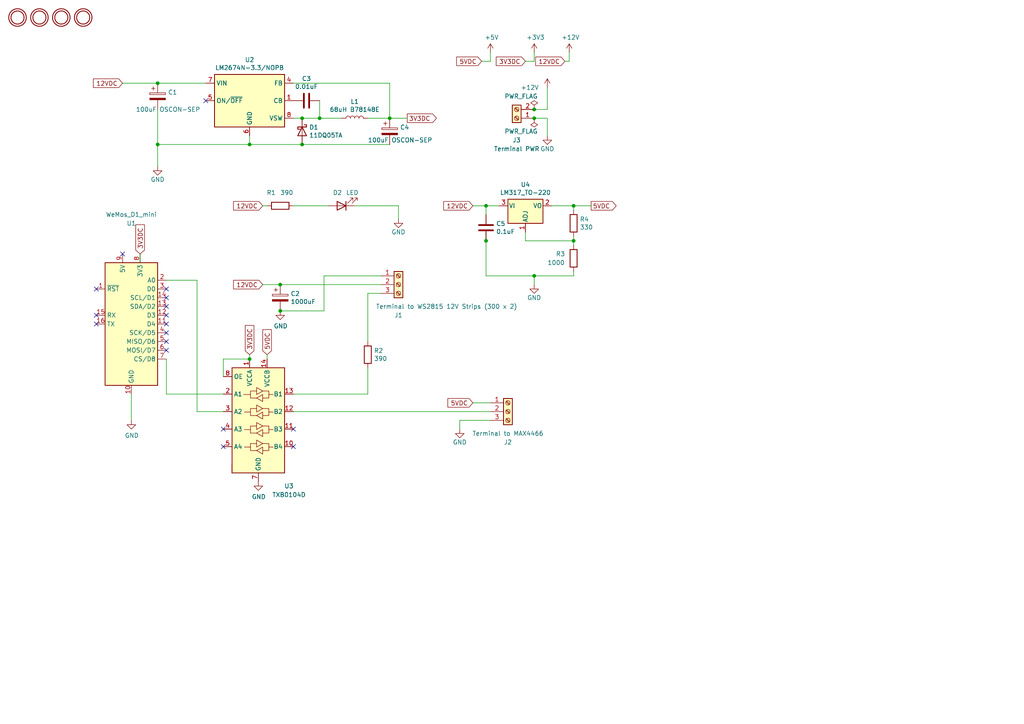
<source format=kicad_sch>
(kicad_sch (version 20211123) (generator eeschema)
  (paper "A4")
  (lib_symbols
    (symbol "Arduino_WS_Led_Controller-eagle-import:MOUNTINGHOLE3.0THIN" (pin_names (offset 1.016))
      (symbol "MOUNTINGHOLE3.0THIN_1_0"
        (circle (center 0 0) (radius 1.905) (stroke (width 0.254)))
        (circle (center 0 0) (radius 2.54) (stroke (width 0.254)))
      )
    )
    (symbol "Connector:Screw_Terminal_01x02" (pin_names (offset 1.016) hide)
      (property "Reference" "J" (at 0 2.54 0))
      (property "Value" "Screw_Terminal_01x02" (at 0 -5.08 0))
      (symbol "Screw_Terminal_01x02_1_1"
        (rectangle (start -1.27 1.27) (end 1.27 -3.81) (stroke (width 0.254)) (fill (type background)))
        (circle (center 0 -2.54) (radius 0.635) (stroke (width 0.1524)))
        (polyline (pts (xy -0.5334 -2.2098) (xy 0.3302 -3.048)) (stroke (width 0.1524)))
        (polyline (pts (xy -0.5334 0.3302) (xy 0.3302 -0.508)) (stroke (width 0.1524)))
        (polyline (pts (xy -0.3556 -2.032) (xy 0.508 -2.8702)) (stroke (width 0.1524)))
        (polyline (pts (xy -0.3556 0.508) (xy 0.508 -0.3302)) (stroke (width 0.1524)))
        (circle (center 0 0) (radius 0.635) (stroke (width 0.1524)))
        (pin passive line (at -5.08 0 0) (length 3.81) (name "Pin_1") (number "1"))
        (pin passive line (at -5.08 -2.54 0) (length 3.81) (name "Pin_2") (number "2"))
      )
    )
    (symbol "Connector:Screw_Terminal_01x03" (pin_names (offset 1.016) hide)
      (property "Reference" "J" (at 0 5.08 0))
      (property "Value" "Screw_Terminal_01x03" (at 0 -5.08 0))
      (symbol "Screw_Terminal_01x03_1_1"
        (rectangle (start -1.27 3.81) (end 1.27 -3.81) (stroke (width 0.254)) (fill (type background)))
        (circle (center 0 -2.54) (radius 0.635) (stroke (width 0.1524)))
        (polyline (pts (xy -0.5334 -2.2098) (xy 0.3302 -3.048)) (stroke (width 0.1524)))
        (polyline (pts (xy -0.5334 0.3302) (xy 0.3302 -0.508)) (stroke (width 0.1524)))
        (polyline (pts (xy -0.5334 2.8702) (xy 0.3302 2.032)) (stroke (width 0.1524)))
        (polyline (pts (xy -0.3556 -2.032) (xy 0.508 -2.8702)) (stroke (width 0.1524)))
        (polyline (pts (xy -0.3556 0.508) (xy 0.508 -0.3302)) (stroke (width 0.1524)))
        (polyline (pts (xy -0.3556 3.048) (xy 0.508 2.2098)) (stroke (width 0.1524)))
        (circle (center 0 0) (radius 0.635) (stroke (width 0.1524)))
        (circle (center 0 2.54) (radius 0.635) (stroke (width 0.1524)))
        (pin passive line (at -5.08 2.54 0) (length 3.81) (name "Pin_1") (number "1"))
        (pin passive line (at -5.08 0 0) (length 3.81) (name "Pin_2") (number "2"))
        (pin passive line (at -5.08 -2.54 0) (length 3.81) (name "Pin_3") (number "3"))
      )
    )
    (symbol "Device:C" (pin_numbers hide) (pin_names (offset 0.254))
      (property "Reference" "C" (at 0.635 2.54 0))
      (property "Value" "C" (at 0.635 -2.54 0))
      (symbol "C_0_1"
        (polyline (pts (xy -2.032 -0.762) (xy 2.032 -0.762)) (stroke (width 0.508)))
        (polyline (pts (xy -2.032 0.762) (xy 2.032 0.762)) (stroke (width 0.508)))
      )
      (symbol "C_1_1"
        (pin passive line (at 0 3.81 270) (length 2.794) (name "~") (number "1"))
        (pin passive line (at 0 -3.81 90) (length 2.794) (name "~") (number "2"))
      )
    )
    (symbol "Device:CP" (pin_numbers hide) (pin_names (offset 0.254))
      (property "Reference" "C" (at 0.635 2.54 0))
      (property "Value" "Device_CP" (at 0.635 -2.54 0))
      (symbol "CP_0_1"
        (rectangle (start -2.286 0.508) (end 2.286 1.016))
        (polyline (pts (xy -1.778 2.286) (xy -0.762 2.286)))
        (polyline (pts (xy -1.27 2.794) (xy -1.27 1.778)))
        (rectangle (start 2.286 -0.508) (end -2.286 -1.016) (fill (type outline)))
      )
      (symbol "CP_1_1"
        (pin passive line (at 0 3.81 270) (length 2.794) (name "~") (number "1"))
        (pin passive line (at 0 -3.81 90) (length 2.794) (name "~") (number "2"))
      )
    )
    (symbol "Device:D_Schottky" (pin_numbers hide) (pin_names (offset 1.016) hide)
      (property "Reference" "D" (at 0 2.54 0))
      (property "Value" "D_Schottky" (at 0 -2.54 0))
      (symbol "D_Schottky_0_1"
        (polyline (pts (xy 1.27 0) (xy -1.27 0)))
        (polyline (pts (xy 1.27 1.27) (xy 1.27 -1.27) (xy -1.27 0) (xy 1.27 1.27)) (stroke (width 0.254)))
        (polyline (pts (xy -1.905 0.635) (xy -1.905 1.27) (xy -1.27 1.27) (xy -1.27 -1.27) (xy -0.635 -1.27) (xy -0.635 -0.635)) (stroke (width 0.254)))
      )
      (symbol "D_Schottky_1_1"
        (pin passive line (at -3.81 0 0) (length 2.54) (name "K") (number "1"))
        (pin passive line (at 3.81 0 180) (length 2.54) (name "A") (number "2"))
      )
    )
    (symbol "Device:L" (pin_numbers hide) (pin_names (offset 1.016) hide)
      (property "Reference" "L" (at -1.27 0 90))
      (property "Value" "L" (at 1.905 0 90))
      (symbol "L_0_1"
        (arc (start 0 -2.54) (mid 0.635 -1.905) (end 0 -1.27))
        (arc (start 0 -1.27) (mid 0.635 -0.635) (end 0 0))
        (arc (start 0 0) (mid 0.635 0.635) (end 0 1.27))
        (arc (start 0 1.27) (mid 0.635 1.905) (end 0 2.54))
      )
      (symbol "L_1_1"
        (pin passive line (at 0 3.81 270) (length 1.27) (name "1") (number "1"))
        (pin passive line (at 0 -3.81 90) (length 1.27) (name "2") (number "2"))
      )
    )
    (symbol "Device:LED" (pin_numbers hide) (pin_names (offset 1.016) hide)
      (property "Reference" "D" (at 0 2.54 0))
      (property "Value" "LED" (at 0 -2.54 0))
      (symbol "LED_0_1"
        (polyline (pts (xy -1.27 -1.27) (xy -1.27 1.27)) (stroke (width 0.254)))
        (polyline (pts (xy -1.27 0) (xy 1.27 0)))
        (polyline (pts (xy 1.27 -1.27) (xy 1.27 1.27) (xy -1.27 0) (xy 1.27 -1.27)) (stroke (width 0.254)))
        (polyline (pts (xy -3.048 -0.762) (xy -4.572 -2.286) (xy -3.81 -2.286) (xy -4.572 -2.286) (xy -4.572 -1.524)))
        (polyline (pts (xy -1.778 -0.762) (xy -3.302 -2.286) (xy -2.54 -2.286) (xy -3.302 -2.286) (xy -3.302 -1.524)))
      )
      (symbol "LED_1_1"
        (pin passive line (at -3.81 0 0) (length 2.54) (name "K") (number "1"))
        (pin passive line (at 3.81 0 180) (length 2.54) (name "A") (number "2"))
      )
    )
    (symbol "Device:R" (pin_numbers hide) (pin_names (offset 0))
      (property "Reference" "R" (at 2.032 0 90))
      (property "Value" "R" (at 0 0 90))
      (symbol "R_0_1"
        (rectangle (start -1.016 -2.54) (end 1.016 2.54) (stroke (width 0.254)))
      )
      (symbol "R_1_1"
        (pin passive line (at 0 3.81 270) (length 1.27) (name "~") (number "1"))
        (pin passive line (at 0 -3.81 90) (length 1.27) (name "~") (number "2"))
      )
    )
    (symbol "Logic_LevelTranslator:TXB0104D"
      (property "Reference" "U" (at -6.35 16.51 0))
      (property "Value" "TXB0104D" (at 3.81 16.51 0))
      (symbol "TXB0104D_0_1"
        (rectangle (start -7.62 -15.24) (end -7.62 -12.7) (stroke (width 0.254)))
        (rectangle (start -7.62 15.24) (end 7.62 -15.24) (stroke (width 0.254)) (fill (type background)))
        (polyline (pts (xy -2.286 -7.747) (xy -2.286 -6.731) (xy -0.508 -6.731)))
        (polyline (pts (xy -2.286 -2.667) (xy -2.286 -1.651) (xy -0.508 -1.651)))
        (polyline (pts (xy -2.286 2.413) (xy -2.286 3.429) (xy -0.508 3.429)))
        (polyline (pts (xy -2.286 7.493) (xy -2.286 8.509) (xy -0.508 8.509)))
        (polyline (pts (xy 3.048 -7.747) (xy 3.048 -8.763) (xy 1.27 -8.763)))
        (polyline (pts (xy 3.048 -2.667) (xy 3.048 -3.683) (xy 1.27 -3.683)))
        (polyline (pts (xy 3.048 2.413) (xy 3.048 1.397) (xy 1.27 1.397)))
        (polyline (pts (xy 3.048 7.493) (xy 3.048 6.477) (xy 1.27 6.477)))
        (polyline (pts (xy -0.508 -8.763) (xy -2.286 -8.763) (xy -2.286 -7.747) (xy -4.064 -7.747)))
        (polyline (pts (xy -0.508 -8.763) (xy 1.27 -7.747) (xy 1.27 -9.779) (xy -0.508 -8.763)))
        (polyline (pts (xy -0.508 -3.683) (xy -2.286 -3.683) (xy -2.286 -2.667) (xy -4.064 -2.667)))
        (polyline (pts (xy -0.508 -3.683) (xy 1.27 -2.667) (xy 1.27 -4.699) (xy -0.508 -3.683)))
        (polyline (pts (xy -0.508 1.397) (xy -2.286 1.397) (xy -2.286 2.413) (xy -4.064 2.413)))
        (polyline (pts (xy -0.508 1.397) (xy 1.27 2.413) (xy 1.27 0.381) (xy -0.508 1.397)))
        (polyline (pts (xy -0.508 6.477) (xy -2.286 6.477) (xy -2.286 7.493) (xy -4.318 7.493)))
        (polyline (pts (xy -0.508 6.477) (xy 1.27 7.493) (xy 1.27 5.461) (xy -0.508 6.477)))
        (polyline (pts (xy 1.27 -6.731) (xy -0.508 -7.747) (xy -0.508 -5.715) (xy 1.27 -6.731)))
        (polyline (pts (xy 1.27 -6.731) (xy 3.048 -6.731) (xy 3.048 -7.747) (xy 4.318 -7.747)))
        (polyline (pts (xy 1.27 -1.651) (xy -0.508 -2.667) (xy -0.508 -0.635) (xy 1.27 -1.651)))
        (polyline (pts (xy 1.27 -1.651) (xy 3.048 -1.651) (xy 3.048 -2.667) (xy 4.318 -2.667)))
        (polyline (pts (xy 1.27 3.429) (xy -0.508 2.413) (xy -0.508 4.445) (xy 1.27 3.429)))
        (polyline (pts (xy 1.27 3.429) (xy 3.048 3.429) (xy 3.048 2.413) (xy 4.318 2.413)))
        (polyline (pts (xy 1.27 8.509) (xy -0.508 7.493) (xy -0.508 9.525) (xy 1.27 8.509)))
        (polyline (pts (xy 1.27 8.509) (xy 3.048 8.509) (xy 3.048 7.493) (xy 4.318 7.493)))
      )
      (symbol "TXB0104D_1_1"
        (pin power_in line (at -2.54 17.78 270) (length 2.54) (name "VCCA") (number "1"))
        (pin bidirectional line (at 10.16 -7.62 180) (length 2.54) (name "B4") (number "10"))
        (pin bidirectional line (at 10.16 -2.54 180) (length 2.54) (name "B3") (number "11"))
        (pin bidirectional line (at 10.16 2.54 180) (length 2.54) (name "B2") (number "12"))
        (pin bidirectional line (at 10.16 7.62 180) (length 2.54) (name "B1") (number "13"))
        (pin power_in line (at 2.54 17.78 270) (length 2.54) (name "VCCB") (number "14"))
        (pin bidirectional line (at -10.16 7.62 0) (length 2.54) (name "A1") (number "2"))
        (pin bidirectional line (at -10.16 2.54 0) (length 2.54) (name "A2") (number "3"))
        (pin bidirectional line (at -10.16 -2.54 0) (length 2.54) (name "A3") (number "4"))
        (pin bidirectional line (at -10.16 -7.62 0) (length 2.54) (name "A4") (number "5"))
        (pin no_connect line (at -10.16 -12.7 0) (length 2.54) hide (name "NC") (number "6"))
        (pin power_in line (at 0 -17.78 90) (length 2.54) (name "GND") (number "7"))
        (pin input line (at -10.16 12.7 0) (length 2.54) (name "OE") (number "8"))
        (pin no_connect line (at 10.16 -12.7 180) (length 2.54) hide (name "NC") (number "9"))
      )
    )
    (symbol "MCU_Module:WeMos_D1_mini"
      (property "Reference" "U" (at 3.81 19.05 0))
      (property "Value" "WeMos_D1_mini" (at 1.27 -19.05 0))
      (symbol "WeMos_D1_mini_1_1"
        (rectangle (start -7.62 17.78) (end 7.62 -17.78) (stroke (width 0.254)) (fill (type background)))
        (pin input line (at -10.16 10.16 0) (length 2.54) (name "~{RST}") (number "1"))
        (pin power_in line (at 0 -20.32 90) (length 2.54) (name "GND") (number "10"))
        (pin bidirectional line (at 10.16 0 180) (length 2.54) (name "D4") (number "11"))
        (pin bidirectional line (at 10.16 2.54 180) (length 2.54) (name "D3") (number "12"))
        (pin bidirectional line (at 10.16 5.08 180) (length 2.54) (name "SDA/D2") (number "13"))
        (pin bidirectional line (at 10.16 7.62 180) (length 2.54) (name "SCL/D1") (number "14"))
        (pin input line (at -10.16 2.54 0) (length 2.54) (name "RX") (number "15"))
        (pin output line (at -10.16 0 0) (length 2.54) (name "TX") (number "16"))
        (pin input line (at 10.16 12.7 180) (length 2.54) (name "A0") (number "2"))
        (pin bidirectional line (at 10.16 10.16 180) (length 2.54) (name "D0") (number "3"))
        (pin bidirectional line (at 10.16 -2.54 180) (length 2.54) (name "SCK/D5") (number "4"))
        (pin bidirectional line (at 10.16 -5.08 180) (length 2.54) (name "MISO/D6") (number "5"))
        (pin bidirectional line (at 10.16 -7.62 180) (length 2.54) (name "MOSI/D7") (number "6"))
        (pin bidirectional line (at 10.16 -10.16 180) (length 2.54) (name "CS/D8") (number "7"))
        (pin power_out line (at 2.54 20.32 270) (length 2.54) (name "3V3") (number "8"))
        (pin power_in line (at -2.54 20.32 270) (length 2.54) (name "5V") (number "9"))
      )
    )
    (symbol "Regulator_Linear:LM317_TO-220" (pin_names (offset 0.254))
      (property "Reference" "U" (at -3.81 3.175 0))
      (property "Value" "LM317_TO-220" (at 0 3.175 0))
      (symbol "LM317_TO-220_0_1"
        (rectangle (start -5.08 1.905) (end 5.08 -5.08) (stroke (width 0.254)) (fill (type background)))
      )
      (symbol "LM317_TO-220_1_1"
        (pin input line (at 0 -7.62 90) (length 2.54) (name "ADJ") (number "1"))
        (pin power_out line (at 7.62 0 180) (length 2.54) (name "VO") (number "2"))
        (pin power_in line (at -7.62 0 0) (length 2.54) (name "VI") (number "3"))
      )
    )
    (symbol "Regulator_Switching:LM2674M-3.3"
      (property "Reference" "U" (at -10.16 8.89 0))
      (property "Value" "LM2674M-3.3" (at 0 8.89 0))
      (symbol "LM2674M-3.3_0_1"
        (rectangle (start -10.16 7.62) (end 10.16 -7.62) (stroke (width 0.254)) (fill (type background)))
      )
      (symbol "LM2674M-3.3_1_1"
        (pin input line (at 12.7 0 180) (length 2.54) (name "CB") (number "1"))
        (pin no_connect line (at -10.16 -2.54 0) (length 2.54) hide (name "NC") (number "2"))
        (pin no_connect line (at -10.16 -5.08 0) (length 2.54) hide (name "NC") (number "3"))
        (pin input line (at 12.7 5.08 180) (length 2.54) (name "FB") (number "4"))
        (pin input line (at -12.7 0 0) (length 2.54) (name "ON/~{OFF}") (number "5"))
        (pin power_in line (at 0 -10.16 90) (length 2.54) (name "GND") (number "6"))
        (pin power_in line (at -12.7 5.08 0) (length 2.54) (name "VIN") (number "7"))
        (pin output line (at 12.7 -5.08 180) (length 2.54) (name "VSW") (number "8"))
      )
    )
    (symbol "power:+12V" (power) (pin_names (offset 0))
      (property "Value" "+12V" (at 0 3.556 0))
      (symbol "+12V_0_1"
        (polyline (pts (xy -0.762 1.27) (xy 0 2.54)))
        (polyline (pts (xy 0 0) (xy 0 2.54)))
        (polyline (pts (xy 0 2.54) (xy 0.762 1.27)))
      )
      (symbol "+12V_1_1"
        (pin power_in line (at 0 0 90) (length 0) hide (name "+12V") (number "1"))
      )
    )
    (symbol "power:+3.3V" (power) (pin_names (offset 0))
      (property "Value" "+3.3V" (at 0 3.556 0))
      (symbol "+3.3V_0_1"
        (polyline (pts (xy -0.762 1.27) (xy 0 2.54)))
        (polyline (pts (xy 0 0) (xy 0 2.54)))
        (polyline (pts (xy 0 2.54) (xy 0.762 1.27)))
      )
      (symbol "+3.3V_1_1"
        (pin power_in line (at 0 0 90) (length 0) hide (name "+3V3") (number "1"))
      )
    )
    (symbol "power:+5V" (power) (pin_names (offset 0))
      (property "Value" "+5V" (at 0 3.556 0))
      (symbol "+5V_0_1"
        (polyline (pts (xy -0.762 1.27) (xy 0 2.54)))
        (polyline (pts (xy 0 0) (xy 0 2.54)))
        (polyline (pts (xy 0 2.54) (xy 0.762 1.27)))
      )
      (symbol "+5V_1_1"
        (pin power_in line (at 0 0 90) (length 0) hide (name "+5V") (number "1"))
      )
    )
    (symbol "power:GND" (power) (pin_names (offset 0))
      (property "Value" "GND" (at 0 -3.81 0))
      (symbol "GND_0_1"
        (polyline (pts (xy 0 0) (xy 0 -1.27) (xy 1.27 -1.27) (xy 0 -2.54) (xy -1.27 -1.27) (xy 0 -1.27)))
      )
      (symbol "GND_1_1"
        (pin power_in line (at 0 0 270) (length 0) hide (name "GND") (number "1"))
      )
    )
    (symbol "power:PWR_FLAG" (power) (pin_numbers hide) (pin_names (offset 0) hide)
      (property "Value" "PWR_FLAG" (at 0 3.81 0))
      (symbol "PWR_FLAG_0_0"
        (pin power_out line (at 0 0 90) (length 0) (name "pwr") (number "1"))
      )
      (symbol "PWR_FLAG_0_1"
        (polyline (pts (xy 0 0) (xy 0 1.27) (xy -1.016 1.905) (xy 0 2.54) (xy 1.016 1.905) (xy 0 1.27)))
      )
    )
  )
  (junction (at 166.37 69.85))
  (junction (at 81.28 82.55))
  (junction (at 72.39 104.14))
  (junction (at 87.63 41.91))
  (junction (at 72.39 41.91))
  (junction (at 113.03 34.29))
  (junction (at 154.94 80.01))
  (junction (at 92.71 34.29))
  (junction (at 45.72 24.13))
  (junction (at 140.97 69.85))
  (junction (at 154.94 34.29))
  (junction (at 140.97 59.69))
  (junction (at 87.63 34.29))
  (junction (at 81.28 90.17))
  (junction (at 45.72 41.91))
  (junction (at 154.94 31.75))
  (junction (at 166.37 59.69))
  (no_connect (at 48.26 99.06))
  (no_connect (at 48.26 96.52))
  (no_connect (at 59.69 29.21))
  (no_connect (at 64.77 124.46))
  (no_connect (at 27.94 91.44))
  (no_connect (at 48.26 83.82))
  (no_connect (at 48.26 88.9))
  (no_connect (at 85.09 129.54))
  (no_connect (at 48.26 91.44))
  (no_connect (at 27.94 83.82))
  (no_connect (at 48.26 86.36))
  (no_connect (at 27.94 93.98))
  (no_connect (at 35.56 73.66))
  (no_connect (at 48.26 101.6))
  (no_connect (at 48.26 93.98))
  (no_connect (at 85.09 124.46))
  (no_connect (at 64.77 129.54))
  (wire (pts (xy 106.68 85.09) (xy 106.68 99.06)))
  (wire (pts (xy 85.09 34.29) (xy 87.63 34.29)))
  (wire (pts (xy 35.56 24.13) (xy 45.72 24.13)))
  (wire (pts (xy 163.83 17.78) (xy 165.1 17.78)))
  (wire (pts (xy 106.68 114.3) (xy 106.68 106.68)))
  (wire (pts (xy 142.24 17.78) (xy 142.24 15.24)))
  (wire (pts (xy 85.09 114.3) (xy 106.68 114.3)))
  (wire (pts (xy 87.63 41.91) (xy 113.03 41.91)))
  (wire (pts (xy 154.94 80.01) (xy 166.37 80.01)))
  (wire (pts (xy 115.57 59.69) (xy 115.57 63.5)))
  (wire (pts (xy 87.63 34.29) (xy 92.71 34.29)))
  (wire (pts (xy 93.98 90.17) (xy 81.28 90.17)))
  (wire (pts (xy 166.37 59.69) (xy 171.45 59.69)))
  (wire (pts (xy 152.4 69.85) (xy 152.4 67.31)))
  (wire (pts (xy 154.94 17.78) (xy 154.94 15.24)))
  (wire (pts (xy 140.97 62.23) (xy 140.97 59.69)))
  (wire (pts (xy 139.7 17.78) (xy 142.24 17.78)))
  (wire (pts (xy 93.98 80.01) (xy 110.49 80.01)))
  (wire (pts (xy 158.75 34.29) (xy 158.75 39.37)))
  (wire (pts (xy 160.02 59.69) (xy 166.37 59.69)))
  (wire (pts (xy 77.47 102.87) (xy 77.47 104.14)))
  (wire (pts (xy 72.39 104.14) (xy 72.39 102.87)))
  (wire (pts (xy 144.78 59.69) (xy 140.97 59.69)))
  (wire (pts (xy 72.39 39.37) (xy 72.39 41.91)))
  (wire (pts (xy 99.06 34.29) (xy 92.71 34.29)))
  (wire (pts (xy 113.03 34.29) (xy 118.11 34.29)))
  (wire (pts (xy 158.75 34.29) (xy 154.94 34.29)))
  (wire (pts (xy 154.94 82.55) (xy 154.94 80.01)))
  (wire (pts (xy 48.26 104.14) (xy 48.26 114.3)))
  (wire (pts (xy 158.75 31.75) (xy 158.75 25.4)))
  (wire (pts (xy 92.71 34.29) (xy 92.71 29.21)))
  (wire (pts (xy 85.09 24.13) (xy 113.03 24.13)))
  (wire (pts (xy 140.97 80.01) (xy 154.94 80.01)))
  (wire (pts (xy 76.2 82.55) (xy 81.28 82.55)))
  (wire (pts (xy 166.37 60.96) (xy 166.37 59.69)))
  (wire (pts (xy 45.72 31.75) (xy 45.72 41.91)))
  (wire (pts (xy 64.77 119.38) (xy 57.15 119.38)))
  (wire (pts (xy 40.64 73.66) (xy 40.64 76.2)))
  (wire (pts (xy 133.35 121.92) (xy 133.35 124.46)))
  (wire (pts (xy 72.39 41.91) (xy 87.63 41.91)))
  (wire (pts (xy 64.77 104.14) (xy 64.77 109.22)))
  (wire (pts (xy 106.68 34.29) (xy 113.03 34.29)))
  (wire (pts (xy 106.68 85.09) (xy 110.49 85.09)))
  (wire (pts (xy 45.72 24.13) (xy 59.69 24.13)))
  (wire (pts (xy 166.37 80.01) (xy 166.37 78.74)))
  (wire (pts (xy 81.28 82.55) (xy 110.49 82.55)))
  (wire (pts (xy 48.26 114.3) (xy 64.77 114.3)))
  (wire (pts (xy 95.25 59.69) (xy 85.09 59.69)))
  (wire (pts (xy 57.15 119.38) (xy 57.15 81.28)))
  (wire (pts (xy 72.39 41.91) (xy 45.72 41.91)))
  (wire (pts (xy 93.98 80.01) (xy 93.98 90.17)))
  (wire (pts (xy 45.72 41.91) (xy 45.72 48.26)))
  (wire (pts (xy 165.1 17.78) (xy 165.1 15.24)))
  (wire (pts (xy 102.87 59.69) (xy 115.57 59.69)))
  (wire (pts (xy 76.2 59.69) (xy 77.47 59.69)))
  (wire (pts (xy 140.97 69.85) (xy 140.97 80.01)))
  (wire (pts (xy 72.39 104.14) (xy 64.77 104.14)))
  (wire (pts (xy 166.37 69.85) (xy 166.37 71.12)))
  (wire (pts (xy 166.37 69.85) (xy 152.4 69.85)))
  (wire (pts (xy 113.03 34.29) (xy 113.03 24.13)))
  (wire (pts (xy 140.97 59.69) (xy 137.16 59.69)))
  (wire (pts (xy 38.1 121.92) (xy 38.1 114.3)))
  (wire (pts (xy 142.24 119.38) (xy 85.09 119.38)))
  (wire (pts (xy 166.37 68.58) (xy 166.37 69.85)))
  (wire (pts (xy 154.94 31.75) (xy 158.75 31.75)))
  (wire (pts (xy 57.15 81.28) (xy 48.26 81.28)))
  (wire (pts (xy 142.24 116.84) (xy 137.16 116.84)))
  (wire (pts (xy 140.97 67.31) (xy 140.97 69.85)))
  (wire (pts (xy 142.24 121.92) (xy 133.35 121.92)))
  (wire (pts (xy 152.4 17.78) (xy 154.94 17.78)))
  (global_label "5VDC" (shape input) (at 139.7 17.78 180) (property "Intersheet References" "${INTERSHEET_REFS}" (effects hide)))
  (global_label "3V3DC" (shape input) (at 152.4 17.78 180) (property "Intersheet References" "${INTERSHEET_REFS}" (effects hide)))
  (global_label "12VDC" (shape input) (at 137.16 59.69 180) (property "Intersheet References" "${INTERSHEET_REFS}" (effects hide)))
  (global_label "5VDC" (shape input) (at 77.47 102.87 90) (property "Intersheet References" "${INTERSHEET_REFS}" (effects hide)))
  (global_label "12VDC" (shape input) (at 163.83 17.78 180) (property "Intersheet References" "${INTERSHEET_REFS}" (effects hide)))
  (global_label "12VDC" (shape input) (at 76.2 82.55 180) (property "Intersheet References" "${INTERSHEET_REFS}" (effects hide)))
  (global_label "3V3DC" (shape output) (at 118.11 34.29 0) (property "Intersheet References" "${INTERSHEET_REFS}" (effects hide)))
  (global_label "5VDC" (shape output) (at 171.45 59.69 0) (property "Intersheet References" "${INTERSHEET_REFS}" (effects hide)))
  (global_label "3V3DC" (shape input) (at 40.64 73.66 90) (property "Intersheet References" "${INTERSHEET_REFS}" (effects hide)))
  (global_label "5VDC" (shape input) (at 137.16 116.84 180) (property "Intersheet References" "${INTERSHEET_REFS}" (effects hide)))
  (global_label "3V3DC" (shape input) (at 72.39 102.87 90) (property "Intersheet References" "${INTERSHEET_REFS}" (effects hide)))
  (global_label "12VDC" (shape input) (at 35.56 24.13 180) (property "Intersheet References" "${INTERSHEET_REFS}" (effects hide)))
  (global_label "12VDC" (shape input) (at 76.2 59.69 180) (property "Intersheet References" "${INTERSHEET_REFS}" (effects hide)))
  (symbol (lib_id "power:+12V") (at 165.1 15.24 0) (unit 1)
    (property "Reference" "#PWR09" (effects hide))
    (property "Value" "+12V" (at 165.481 10.8458 0))
  )
  (symbol (lib_id "power:+3.3V") (at 154.94 15.24 0) (unit 1)
    (property "Reference" "#PWR08" (effects hide))
    (property "Value" "+3.3V" (at 155.321 10.8458 0))
  )
  (symbol (lib_id "Connector:Screw_Terminal_01x02") (at 149.86 34.29 180) (unit 1)
    (property "Reference" "J3" (at 149.86 40.64 0))
    (property "Value" "Terminal PWR" (at 149.86 43.18 0))
    (property "Footprint" "TerminalBlock:TerminalBlock_Altech_AK300-2_P5.00mm" (effects hide))
  )
  (symbol (lib_id "Regulator_Switching:LM2674M-3.3") (at 72.39 29.21 0) (unit 1)
    (property "Reference" "U2" (at 72.39 17.3482 0))
    (property "Value" "LM2674N-3.3/NOPB" (at 72.39 19.6596 0))
    (property "Footprint" "Package_DIP:DIP-8_W7.62mm_Socket" (effects hide))
    (property "Datasheet" "http://www.ti.com/lit/ds/symlink/lm2674.pdf" (effects hide))
  )
  (symbol (lib_id "Device:CP") (at 45.72 27.94 0) (unit 1)
    (property "Reference" "C1" (at 48.7172 26.7716 0) (effects (justify left)))
    (property "Value" "100uF OSCON-SEP" (at 39.37 31.75 0) (effects (justify left)))
    (property "Footprint" "Capacitor_THT:CP_Radial_D8.0mm_P3.50mm" (effects hide))
  )
  (symbol (lib_id "Device:C") (at 88.9 29.21 270) (unit 1)
    (property "Reference" "C3" (at 88.9 22.8092 90))
    (property "Value" "0.01uF" (at 88.9 25.1206 90))
    (property "Footprint" "Capacitor_THT:C_Disc_D5.0mm_W2.5mm_P5.00mm" (effects hide))
  )
  (symbol (lib_id "Device:L") (at 102.87 34.29 90) (unit 1)
    (property "Reference" "L1" (at 102.87 29.464 90))
    (property "Value" "68uH B78148E" (at 102.87 31.7754 90))
    (property "Footprint" "Inductor_THT:L_Axial_L14.0mm_D4.5mm_P5.08mm_Vertical_Fastron_LACC" (effects hide))
  )
  (symbol (lib_id "Device:CP") (at 113.03 38.1 0) (unit 1)
    (property "Reference" "C4" (at 116.0272 36.9316 0) (effects (justify left)))
    (property "Value" "100uF OSCON-SEP" (at 106.68 40.64 0) (effects (justify left)))
    (property "Footprint" "Capacitor_THT:CP_Radial_D8.0mm_P3.50mm" (effects hide))
  )
  (symbol (lib_id "Device:D_Schottky") (at 87.63 38.1 270) (unit 1)
    (property "Reference" "D1" (at 89.662 36.9316 90) (effects (justify left)))
    (property "Value" "11DQ05TA" (at 89.662 39.243 90) (effects (justify left)))
    (property "Footprint" "Diode_THT:D_A-405_P7.62mm_Horizontal" (effects hide))
  )
  (symbol (lib_id "MCU_Module:WeMos_D1_mini") (at 38.1 93.98 0) (unit 1)
    (property "Reference" "U1" (at 38.1 64.77 0))
    (property "Value" "WeMos_D1_mini" (at 38.1 62.23 0))
    (property "Footprint" "Module:WEMOS_D1_mini_light" (effects hide))
    (property "Datasheet" "https://wiki.wemos.cc/products:d1:d1_mini#documentation" (effects hide))
  )
  (symbol (lib_id "Device:LED") (at 99.06 59.69 180) (unit 1)
    (property "Reference" "D2" (at 96.52 55.88 0) (effects (justify right)))
    (property "Value" "LED" (at 100.33 55.88 0) (effects (justify right)))
    (property "Footprint" "LED_THT:LED_D5.0mm_Clear" (effects hide))
  )
  (symbol (lib_id "Device:R") (at 81.28 59.69 270) (unit 1)
    (property "Reference" "R1" (at 80.01 55.88 90) (effects (justify right)))
    (property "Value" "390" (at 85.09 55.88 90) (effects (justify right)))
    (property "Footprint" "Resistor_THT:R_Axial_DIN0207_L6.3mm_D2.5mm_P7.62mm_Horizontal" (effects hide))
  )
  (symbol (lib_id "Device:CP") (at 81.28 86.36 0) (unit 1)
    (property "Reference" "C2" (at 84.2772 85.1916 0) (effects (justify left)))
    (property "Value" "1000uF" (at 84.2772 87.503 0) (effects (justify left)))
    (property "Footprint" "Capacitor_THT:CP_Radial_D10.0mm_P2.50mm" (effects hide))
  )
  (symbol (lib_id "Connector:Screw_Terminal_01x03") (at 115.57 82.55 0) (unit 1)
    (property "Reference" "J1" (at 115.57 91.44 0))
    (property "Value" "Terminal to WS2815 12V Strips (300 x 2)" (at 129.54 88.9 0))
    (property "Footprint" "TerminalBlock:TerminalBlock_Altech_AK300-3_P5.00mm" (effects hide))
  )
  (symbol (lib_id "Logic_LevelTranslator:TXB0104D") (at 74.93 121.92 0) (unit 1)
    (property "Reference" "U3" (at 83.82 140.97 0))
    (property "Value" "TXB0104D" (at 83.82 143.51 0))
    (property "Footprint" "Package_SO:SOIC-14_3.9x8.7mm_P1.27mm" (effects hide))
    (property "Datasheet" "http://www.ti.com/lit/ds/symlink/txb0104.pdf" (effects hide))
  )
  (symbol (lib_id "Regulator_Linear:LM317_TO-220") (at 152.4 59.69 0) (unit 1)
    (property "Reference" "U4" (at 152.4 53.5432 0))
    (property "Value" "LM317_TO-220" (at 152.4 55.8546 0))
    (property "Footprint" "Package_TO_SOT_THT:TO-220-3_Vertical" (effects hide))
    (property "Datasheet" "http://www.ti.com/lit/ds/symlink/lm317.pdf" (effects hide))
  )
  (symbol (lib_id "Device:R") (at 166.37 64.77 180) (unit 1)
    (property "Reference" "R4" (at 168.148 63.6016 0) (effects (justify right)))
    (property "Value" "330" (at 168.148 65.913 0) (effects (justify right)))
    (property "Footprint" "Resistor_THT:R_Axial_DIN0207_L6.3mm_D2.5mm_P7.62mm_Horizontal" (effects hide))
  )
  (symbol (lib_id "Device:R") (at 166.37 74.93 0) (unit 1)
    (property "Reference" "R3" (at 162.56 73.66 0))
    (property "Value" "1000" (at 161.29 76.2 0))
    (property "Footprint" "Resistor_THT:R_Axial_DIN0207_L6.3mm_D2.5mm_P7.62mm_Horizontal" (effects hide))
  )
  (symbol (lib_id "power:+5V") (at 142.24 15.24 0) (unit 1)
    (property "Reference" "#PWR07" (effects hide))
    (property "Value" "+5V" (at 142.621 10.8458 0))
  )
  (symbol (lib_id "Device:R") (at 106.68 102.87 0) (unit 1)
    (property "Reference" "R2" (at 108.458 101.7016 0) (effects (justify left)))
    (property "Value" "390" (at 108.458 104.013 0) (effects (justify left)))
    (property "Footprint" "Resistor_THT:R_Axial_DIN0207_L6.3mm_D2.5mm_P7.62mm_Horizontal" (effects hide))
  )
  (symbol (lib_id "Connector:Screw_Terminal_01x03") (at 147.32 119.38 0) (unit 1)
    (property "Reference" "J2" (at 147.32 128.27 0))
    (property "Value" "Terminal to MAX4466" (at 147.32 125.73 0))
    (property "Footprint" "TerminalBlock:TerminalBlock_Altech_AK300-3_P5.00mm" (effects hide))
  )
  (symbol (lib_id "power:+12V") (at 158.75 25.4 0) (unit 1)
    (property "Reference" "#PWR011" (effects hide))
    (property "Value" "+12V" (at 153.67 25.4 0))
  )
  (symbol (lib_id "power:GND") (at 158.75 39.37 0) (unit 1)
    (property "Reference" "#PWR012" (effects hide))
    (property "Value" "GND" (at 158.75 43.18 0))
  )
  (symbol (lib_id "power:PWR_FLAG") (at 154.94 31.75 0) (unit 1)
    (property "Reference" "#FLG01" (effects hide))
    (property "Value" "PWR_FLAG" (at 151.13 27.94 0))
  )
  (symbol (lib_id "power:GND") (at 74.93 139.7 0) (unit 1)
    (property "Reference" "#PWR03" (effects hide))
    (property "Value" "GND" (at 75.057 144.0942 0))
  )
  (symbol (lib_id "power:GND") (at 154.94 82.55 0) (unit 1)
    (property "Reference" "#PWR010" (effects hide))
    (property "Value" "GND" (at 154.94 86.36 0))
  )
  (symbol (lib_id "power:GND") (at 115.57 63.5 0) (unit 1)
    (property "Reference" "#PWR05" (effects hide))
    (property "Value" "GND" (at 115.57 67.31 0))
  )
  (symbol (lib_id "power:GND") (at 45.72 48.26 0) (unit 1)
    (property "Reference" "#PWR02" (effects hide))
    (property "Value" "GND" (at 45.72 52.07 0))
  )
  (symbol (lib_id "power:GND") (at 133.35 124.46 0) (unit 1)
    (property "Reference" "#PWR06" (effects hide))
    (property "Value" "GND" (at 133.35 128.27 0))
  )
  (symbol (lib_id "power:GND") (at 38.1 121.92 0) (unit 1)
    (property "Reference" "#PWR01" (effects hide))
    (property "Value" "GND" (at 38.227 126.3142 0))
  )
  (symbol (lib_id "power:GND") (at 81.28 90.17 0) (unit 1)
    (property "Reference" "#PWR04" (effects hide))
    (property "Value" "GND" (at 81.407 94.5642 0))
  )
  (symbol (lib_id "power:PWR_FLAG") (at 154.94 34.29 180) (unit 1)
    (property "Reference" "#FLG02" (effects hide))
    (property "Value" "PWR_FLAG" (at 151.13 38.1 0))
  )
  (symbol (lib_id "Device:C") (at 140.97 66.04 0) (unit 1)
    (property "Reference" "C5" (at 143.891 64.8716 0) (effects (justify left)))
    (property "Value" "0.1uF" (at 143.891 67.183 0) (effects (justify left)))
    (property "Footprint" "Capacitor_THT:C_Disc_D5.0mm_W2.5mm_P5.00mm" (effects hide))
  )
  (symbol (lib_id "Arduino_WS_Led_Controller-eagle-import:MOUNTINGHOLE3.0THIN") (at 24.13 5.08 0) (unit 1)
    (property "Reference" "U7" (effects hide))
    (property "Value" "MOUNTINGHOLE3.0THIN" (effects hide))
    (property "Footprint" "MountingHole:MountingHole_3.2mm_M3" (effects hide))
  )
  (symbol (lib_id "Arduino_WS_Led_Controller-eagle-import:MOUNTINGHOLE3.0THIN") (at 5.08 5.08 0) (unit 1)
    (property "Reference" "U5" (effects hide))
    (property "Value" "MOUNTINGHOLE3.0THIN" (effects hide))
    (property "Footprint" "MountingHole:MountingHole_3.2mm_M3" (effects hide))
  )
  (symbol (lib_id "Arduino_WS_Led_Controller-eagle-import:MOUNTINGHOLE3.0THIN") (at 11.43 5.08 0) (unit 1)
    (property "Reference" "U6" (effects hide))
    (property "Value" "MOUNTINGHOLE3.0THIN" (effects hide))
    (property "Footprint" "MountingHole:MountingHole_3.2mm_M3" (effects hide))
  )
  (symbol (lib_id "Arduino_WS_Led_Controller-eagle-import:MOUNTINGHOLE3.0THIN") (at 17.78 5.08 0) (unit 1)
    (property "Reference" "U8" (effects hide))
    (property "Value" "MOUNTINGHOLE3.0THIN" (effects hide))
    (property "Footprint" "MountingHole:MountingHole_3.2mm_M3" (effects hide))
  )
)
</source>
